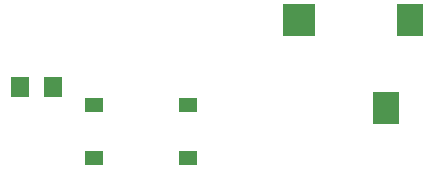
<source format=gbr>
G04 #@! TF.FileFunction,Paste,Top*
%FSLAX46Y46*%
G04 Gerber Fmt 4.6, Leading zero omitted, Abs format (unit mm)*
G04 Created by KiCad (PCBNEW 4.0.7) date 01/10/18 16:31:50*
%MOMM*%
%LPD*%
G01*
G04 APERTURE LIST*
%ADD10C,0.150000*%
%ADD11R,2.209800X2.794000*%
%ADD12R,2.794000X2.794000*%
%ADD13R,1.600200X1.803400*%
%ADD14R,1.550000X1.300000*%
G04 APERTURE END LIST*
D10*
D11*
X71551800Y-39268400D03*
D12*
X64160400Y-31851600D03*
D11*
X73558400Y-31851600D03*
D13*
X40513000Y-37465000D03*
X43307000Y-37465000D03*
D14*
X54775000Y-39025000D03*
X54775000Y-43525000D03*
X46825000Y-43525000D03*
X46825000Y-39025000D03*
M02*

</source>
